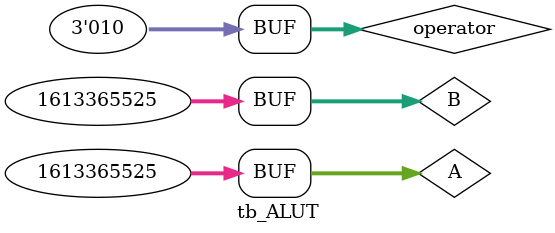
<source format=v>
`timescale 1ns / 1ps


module tb_ALUT;
// ALUT Inputs
reg   [31:0]  A                            = 0 ;
reg   [31:0]  B                            = 0 ;
reg   [2:0]  operator                      = 0 ;

// ALUT Outputs
wire  [31:0]  res                          ;
wire  zero                                 ;


initial
begin
    A = 32'hffffffff;
    B = 32'h0;
    operator = 3'h7;
    #50;
    B = 32'h1;
    #50;
    A = 32'h2;

    A=32'h602a0115;
    B=32'h602a0115;
    operator = 3'h2;
    #50;
end

ALUT  u_ALUT (
    .A                       ( A         [31:0] ),
    .B                       ( B         [31:0] ),
    .operator                ( operator  [2:0]  ),

    .res                     ( res       [31:0] ),
    .zero                    ( zero             )
);

endmodule


// module tb_DataPath;
// // DataPath Inputs
// reg   Branch                               = 0 ;
// reg   Jump                                 = 0 ;
// reg   [31:0]  Data_in                      = 0 ;
// reg   [1:0]  MemtoReg                      = 0 ;
// reg   ALUSrc_B                             = 0 ;
// reg   [1:0]  ImmSel                        = 0 ;
// reg   [31:0]  inst_field                   = 0 ;
// reg   [2:0]  ALU_operation                 = 0 ;
// reg   clk                                  = 0 ;
// reg   rst                                  = 0 ;
// reg   RegWrite                             = 0 ;

// // DataPath Outputs
// wire  [31:0]  ALU_out                      ;
// wire  [31:0]  Data_out                     ;
// wire  [31:0]  PC_out                       ;
// wire  [31:0]  x0                           ;
// wire  [31:0]  x1                           ;
// wire  [31:0]  x2                           ;
// wire  [31:0]  x3                           ;
// wire  [31:0]  x4                           ;
// wire  [31:0]  x5                           ;
// wire  [31:0]  x6                           ;
// wire  [31:0]  x7                           ;
// wire  [31:0]  x8                           ;
// wire  [31:0]  x9                           ;
// wire  [31:0]  x10                          ;
// wire  [31:0]  x11                          ;
// wire  [31:0]  x12                          ;
// wire  [31:0]  x13                          ;
// wire  [31:0]  x14                          ;
// wire  [31:0]  x15                          ;
// wire  [31:0]  x16                          ;
// wire  [31:0]  x17                          ;
// wire  [31:0]  x18                          ;
// wire  [31:0]  x19                          ;
// wire  [31:0]  x20                          ;
// wire  [31:0]  x21                          ;
// wire  [31:0]  x22                          ;
// wire  [31:0]  x23                          ;
// wire  [31:0]  x24                          ;
// wire  [31:0]  x25                          ;
// wire  [31:0]  x26                          ;
// wire  [31:0]  x27                          ;
// wire  [31:0]  x28                          ;
// wire  [31:0]  x29                          ;
// wire  [31:0]  x30                          ;
// wire  [31:0]  x31                          ;


// initial begin
//     rst = 1;#20;
//     rst=0;
//     Branch = 0;Jump = 0;Data_in = 32'h00000001;
//     MemtoReg = 2'b00;ALUSrc_B = 1;
//     ImmSel = 0;
//     inst_field = 32'h00100093;
//     ALU_operation = 3'h2;
//     RegWrite = 1'b1;
//     #20;


//     // Branch = 0;Jump = 0;Data_in = ;
//     // MemtoReg = ;ALUSrc_B = ;
//     // ImmSel = ;
//     // inst_field = ;
//     // ALU_operation = ;
//     // RegWrite = ;
// end
 
// initial  clk = 0;  
// always #10 clk = ~clk; 

// DataPath  u_DataPath (
//     .Branch                  ( Branch                ),
//     .Jump                    ( Jump                  ),
//     .Data_in                 ( Data_in        [31:0] ),
//     .MemtoReg                ( MemtoReg       [1:0]  ),
//     .ALUSrc_B                ( ALUSrc_B              ),
//     .ImmSel                  ( ImmSel         [1:0]  ),
//     .inst_field              ( inst_field     [31:0] ),
//     .ALU_operation           ( ALU_operation  [2:0]  ),
//     .clk                     ( clk                   ),
//     .rst                     ( rst                   ),
//     .RegWrite                ( RegWrite              ),

//     .ALU_out                 ( ALU_out        [31:0] ),
//     .Data_out                ( Data_out       [31:0] ),
//     .PC_out                  ( PC_out         [31:0] ),
//     .x0                      ( x0             [31:0] ),
//     .x1                      ( x1             [31:0] ),
//     .x2                      ( x2             [31:0] ),
//     .x3                      ( x3             [31:0] ),
//     .x4                      ( x4             [31:0] ),
//     .x5                      ( x5             [31:0] ),
//     .x6                      ( x6             [31:0] ),
//     .x7                      ( x7             [31:0] ),
//     .x8                      ( x8             [31:0] ),
//     .x9                      ( x9             [31:0] ),
//     .x10                     ( x10            [31:0] ),
//     .x11                     ( x11            [31:0] ),
//     .x12                     ( x12            [31:0] ),
//     .x13                     ( x13            [31:0] ),
//     .x14                     ( x14            [31:0] ),
//     .x15                     ( x15            [31:0] ),
//     .x16                     ( x16            [31:0] ),
//     .x17                     ( x17            [31:0] ),
//     .x18                     ( x18            [31:0] ),
//     .x19                     ( x19            [31:0] ),
//     .x20                     ( x20            [31:0] ),
//     .x21                     ( x21            [31:0] ),
//     .x22                     ( x22            [31:0] ),
//     .x23                     ( x23            [31:0] ),
//     .x24                     ( x24            [31:0] ),
//     .x25                     ( x25            [31:0] ),
//     .x26                     ( x26            [31:0] ),
//     .x27                     ( x27            [31:0] ),
//     .x28                     ( x28            [31:0] ),
//     .x29                     ( x29            [31:0] ),
//     .x30                     ( x30            [31:0] ),
//     .x31                     ( x31            [31:0] )
// );



// endmodule
</source>
